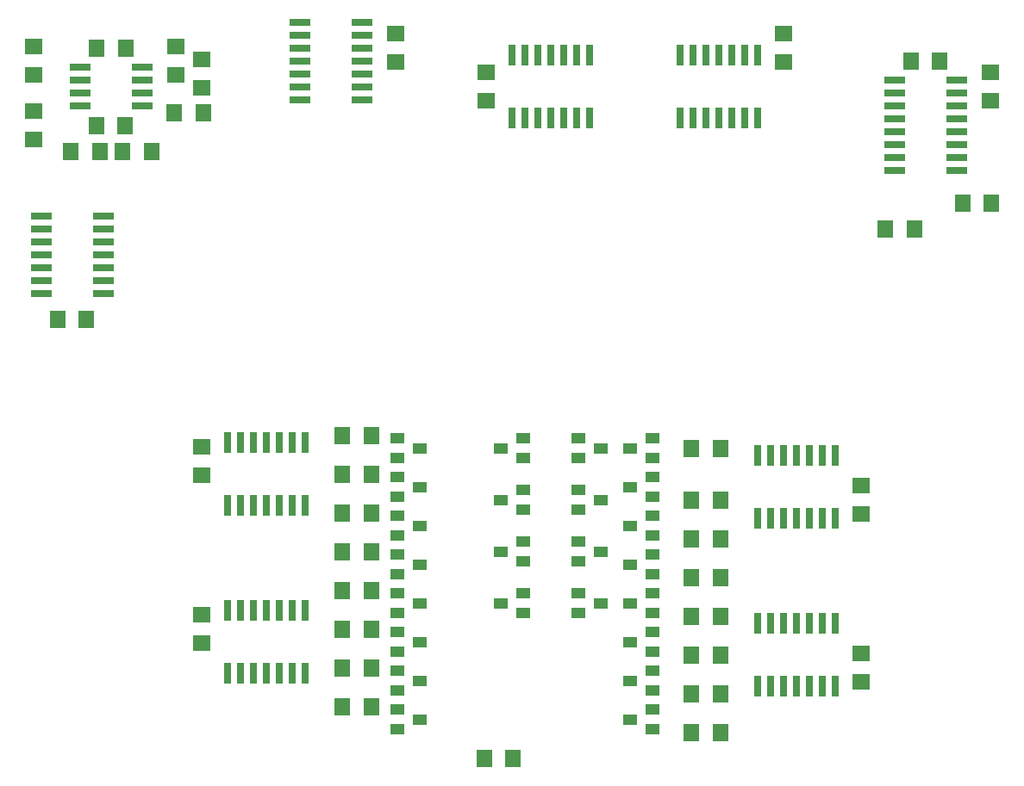
<source format=gtp>
G75*
G70*
%OFA0B0*%
%FSLAX24Y24*%
%IPPOS*%
%LPD*%
%AMOC8*
5,1,8,0,0,1.08239X$1,22.5*
%
%ADD10R,0.0800X0.0260*%
%ADD11R,0.0710X0.0630*%
%ADD12R,0.0630X0.0710*%
%ADD13R,0.0551X0.0394*%
%ADD14R,0.0630X0.0709*%
%ADD15R,0.0260X0.0800*%
%ADD16R,0.0709X0.0630*%
D10*
X001512Y021054D03*
X001512Y021554D03*
X001512Y022054D03*
X001512Y022554D03*
X001512Y023054D03*
X001512Y023554D03*
X001512Y024054D03*
X003932Y024054D03*
X003932Y023554D03*
X003932Y023054D03*
X003932Y022554D03*
X003932Y022054D03*
X003932Y021554D03*
X003932Y021054D03*
X003012Y028304D03*
X003012Y028804D03*
X003012Y029304D03*
X003012Y029804D03*
X005432Y029804D03*
X005432Y029304D03*
X005432Y028804D03*
X005432Y028304D03*
X011512Y028554D03*
X011512Y029054D03*
X011512Y029554D03*
X011512Y030054D03*
X011512Y030554D03*
X011512Y031054D03*
X011512Y031554D03*
X013932Y031554D03*
X013932Y031054D03*
X013932Y030554D03*
X013932Y030054D03*
X013932Y029554D03*
X013932Y029054D03*
X013932Y028554D03*
X034512Y028304D03*
X034512Y027804D03*
X034512Y027304D03*
X034512Y026804D03*
X034512Y026304D03*
X034512Y025804D03*
X036932Y025804D03*
X036932Y026304D03*
X036932Y026804D03*
X036932Y027304D03*
X036932Y027804D03*
X036932Y028304D03*
X036932Y028804D03*
X036932Y029304D03*
X034512Y029304D03*
X034512Y028804D03*
D11*
X038222Y028494D03*
X038222Y029614D03*
X007722Y030114D03*
X006722Y030614D03*
X006722Y029494D03*
X007722Y028994D03*
X001222Y029494D03*
X001222Y030614D03*
X001222Y028114D03*
X001222Y026994D03*
D12*
X002662Y026554D03*
X003782Y026554D03*
X004662Y026554D03*
X005782Y026554D03*
X006662Y028054D03*
X007782Y028054D03*
X004782Y030554D03*
X003662Y030554D03*
X013162Y015554D03*
X014282Y015554D03*
X014282Y014054D03*
X013162Y014054D03*
X013162Y012554D03*
X014282Y012554D03*
X014282Y011054D03*
X013162Y011054D03*
X013162Y009554D03*
X014282Y009554D03*
X014282Y008054D03*
X013162Y008054D03*
X013162Y006554D03*
X014282Y006554D03*
X014282Y005054D03*
X013162Y005054D03*
X026662Y005554D03*
X027782Y005554D03*
X027782Y004054D03*
X026662Y004054D03*
X026662Y007054D03*
X027782Y007054D03*
X027782Y008554D03*
X026662Y008554D03*
X026662Y010054D03*
X027782Y010054D03*
X027782Y011554D03*
X026662Y011554D03*
X026662Y013054D03*
X027782Y013054D03*
X027782Y015054D03*
X026662Y015054D03*
X034162Y023554D03*
X035282Y023554D03*
D13*
X025155Y015428D03*
X024289Y015054D03*
X025155Y014680D03*
X025155Y013928D03*
X025155Y013180D03*
X025155Y012428D03*
X024289Y012054D03*
X025155Y011680D03*
X025155Y010928D03*
X025155Y010180D03*
X024289Y010554D03*
X023155Y011054D03*
X022289Y010680D03*
X022289Y011428D03*
X022289Y012680D03*
X023155Y013054D03*
X022289Y013428D03*
X022289Y014680D03*
X023155Y015054D03*
X022289Y015428D03*
X020155Y015428D03*
X019289Y015054D03*
X020155Y014680D03*
X020155Y013428D03*
X019289Y013054D03*
X020155Y012680D03*
X020155Y011428D03*
X020155Y010680D03*
X019289Y011054D03*
X020155Y009428D03*
X020155Y008680D03*
X019289Y009054D03*
X022289Y008680D03*
X022289Y009428D03*
X023155Y009054D03*
X024289Y009054D03*
X025155Y008680D03*
X025155Y009428D03*
X025155Y007928D03*
X024289Y007554D03*
X025155Y007180D03*
X025155Y006428D03*
X025155Y005680D03*
X025155Y004928D03*
X024289Y004554D03*
X025155Y004180D03*
X024289Y006054D03*
X016155Y006054D03*
X015289Y005680D03*
X015289Y006428D03*
X015289Y007180D03*
X016155Y007554D03*
X015289Y007928D03*
X015289Y008680D03*
X015289Y009428D03*
X016155Y009054D03*
X015289Y010180D03*
X015289Y010928D03*
X015289Y011680D03*
X016155Y012054D03*
X015289Y012428D03*
X015289Y013180D03*
X015289Y013928D03*
X015289Y014680D03*
X016155Y015054D03*
X015289Y015428D03*
X016155Y013554D03*
X016155Y010554D03*
X015289Y004928D03*
X016155Y004554D03*
X015289Y004180D03*
X024289Y013554D03*
D14*
X019773Y003054D03*
X018671Y003054D03*
X003273Y020054D03*
X002171Y020054D03*
X003671Y027554D03*
X004773Y027554D03*
X035171Y030054D03*
X036273Y030054D03*
X037171Y024554D03*
X038273Y024554D03*
D15*
X008722Y006344D03*
X009222Y006344D03*
X009722Y006344D03*
X010222Y006344D03*
X010722Y006344D03*
X011222Y006344D03*
X011722Y006344D03*
X011722Y008764D03*
X011222Y008764D03*
X010722Y008764D03*
X010222Y008764D03*
X009722Y008764D03*
X009222Y008764D03*
X008722Y008764D03*
X008722Y012844D03*
X009222Y012844D03*
X009722Y012844D03*
X010222Y012844D03*
X010722Y012844D03*
X011222Y012844D03*
X011722Y012844D03*
X011722Y015264D03*
X011222Y015264D03*
X010722Y015264D03*
X010222Y015264D03*
X009722Y015264D03*
X009222Y015264D03*
X008722Y015264D03*
X019722Y027844D03*
X020222Y027844D03*
X020722Y027844D03*
X021222Y027844D03*
X021722Y027844D03*
X022222Y027844D03*
X022722Y027844D03*
X022722Y030264D03*
X022222Y030264D03*
X021722Y030264D03*
X021222Y030264D03*
X020722Y030264D03*
X020222Y030264D03*
X019722Y030264D03*
X026222Y030264D03*
X026722Y030264D03*
X027222Y030264D03*
X027722Y030264D03*
X028222Y030264D03*
X028722Y030264D03*
X029222Y030264D03*
X029222Y027844D03*
X028722Y027844D03*
X028222Y027844D03*
X027722Y027844D03*
X027222Y027844D03*
X026722Y027844D03*
X026222Y027844D03*
X029222Y014764D03*
X029722Y014764D03*
X030222Y014764D03*
X030722Y014764D03*
X031222Y014764D03*
X031722Y014764D03*
X032222Y014764D03*
X032222Y012344D03*
X031722Y012344D03*
X031222Y012344D03*
X030722Y012344D03*
X030222Y012344D03*
X029722Y012344D03*
X029222Y012344D03*
X029222Y008264D03*
X029722Y008264D03*
X030222Y008264D03*
X030722Y008264D03*
X031222Y008264D03*
X031722Y008264D03*
X032222Y008264D03*
X032222Y005844D03*
X031722Y005844D03*
X031222Y005844D03*
X030722Y005844D03*
X030222Y005844D03*
X029722Y005844D03*
X029222Y005844D03*
D16*
X033222Y006003D03*
X033222Y007106D03*
X033222Y012503D03*
X033222Y013606D03*
X018722Y028503D03*
X018722Y029606D03*
X015222Y030003D03*
X015222Y031106D03*
X030222Y031106D03*
X030222Y030003D03*
X007722Y015106D03*
X007722Y014003D03*
X007722Y008606D03*
X007722Y007503D03*
M02*

</source>
